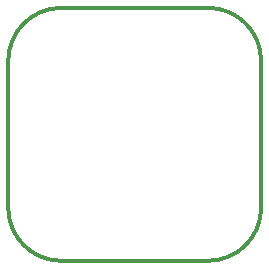
<source format=gbr>
%TF.GenerationSoftware,KiCad,Pcbnew,(6.0.8)*%
%TF.CreationDate,2022-11-08T14:14:13+01:00*%
%TF.ProjectId,Kockica,4b6f636b-6963-4612-9e6b-696361645f70,rev?*%
%TF.SameCoordinates,Original*%
%TF.FileFunction,Legend,Top*%
%TF.FilePolarity,Positive*%
%FSLAX46Y46*%
G04 Gerber Fmt 4.6, Leading zero omitted, Abs format (unit mm)*
G04 Created by KiCad (PCBNEW (6.0.8)) date 2022-11-08 14:14:13*
%MOMM*%
%LPD*%
G01*
G04 APERTURE LIST*
%ADD10C,0.300000*%
G04 APERTURE END LIST*
D10*
X62400000Y-66918019D02*
X49981981Y-66918019D01*
X49981981Y-45499981D02*
G75*
G03*
X45481981Y-50000000I19J-4500019D01*
G01*
X45481981Y-62418019D02*
G75*
G03*
X49981981Y-66918019I4500019J19D01*
G01*
X62400000Y-66918020D02*
G75*
G03*
X66900000Y-62418019I0J4500000D01*
G01*
X66900000Y-50000000D02*
X66900000Y-62418019D01*
X49981981Y-45500000D02*
X62400000Y-45500000D01*
X45481981Y-62418019D02*
X45481981Y-50000000D01*
X66900000Y-50000000D02*
G75*
G03*
X62400000Y-45500000I-4500000J0D01*
G01*
%LPC*%
M02*

</source>
